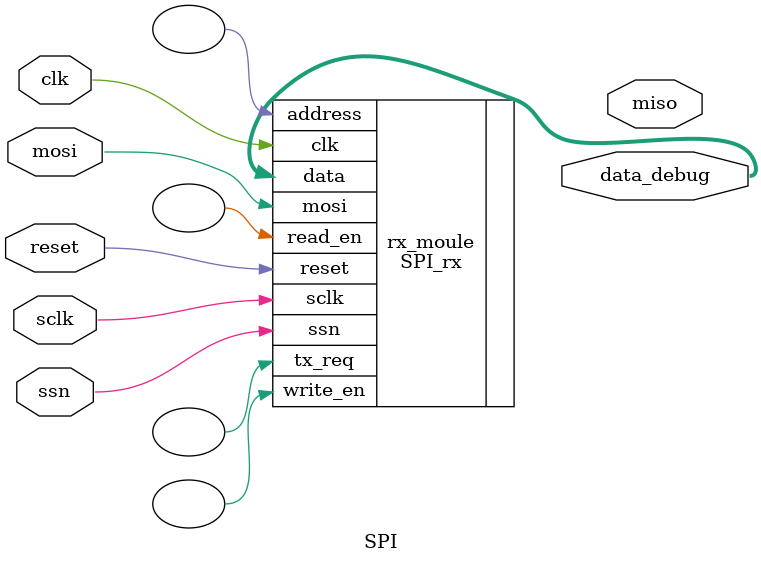
<source format=sv>

module SPI(
	//------output--------------------------------
	output logic 		miso,
	output logic [15:0] data_debug,
	
	//------input---------------------------------	
	input 		 		mosi,
	input 		 		sclk,			//傳輸速度: 10MHz
	input 		 		ssn,		
	input 		 		clk,			//系統 clk: 100MHz
	input 		 		reset			//系統 reset

	);

	// logic mosi_filtered;
	// logic sclk_filtered;
	// logic ssn_filtered;
	

	// Low_Pass_Filter lpf_mosi
	// (
	// 	.sig_filter(mosi_filtered),	
	// 	.signal(mosi),	
	// 	.r_LPF_threshold(14'd5),  //	Unit : 0.08us  /// 2^3 = 8,  r_LPF_threshold=0 => By Pass
	// 	.clk(clk), 
	// 	.reset(reset)
	// );

	// Low_Pass_Filter lpf_sclk
	// (
	// 	.sig_filter(sclk_filtered),	
	// 	.signal(sclk),	
	// 	.r_LPF_threshold(14'd5),  //	Unit : 0.08us  /// 2^3 = 8,  r_LPF_threshold=0 => By Pass
	// 	.clk(clk), 
	// 	.reset(reset)
	// );

	// Low_Pass_Filter lpf_ssn
	// (
	// 	.sig_filter(ssn_filtered),	
	// 	.signal(ssn),	
	// 	.r_LPF_threshold(14'd5),  //	Unit : 0.08us  /// 2^3 = 8,  r_LPF_threshold=0 => By Pass
	// 	.clk(clk), 
	// 	.reset(reset)
	// );

	SPI_rx rx_moule(
		.address(),	    //8 bits address
    	.data(data_debug),           //16 bits data
    	.read_en(),
    	.write_en(),
    	.tx_req(),

		//------input---------------------------------	
		.mosi(mosi),	
		.sclk(sclk),           //10MHz
		.ssn(ssn),			
		.clk(clk),  		    //100MHz
		.reset(reset) 	
	);






endmodule




</source>
